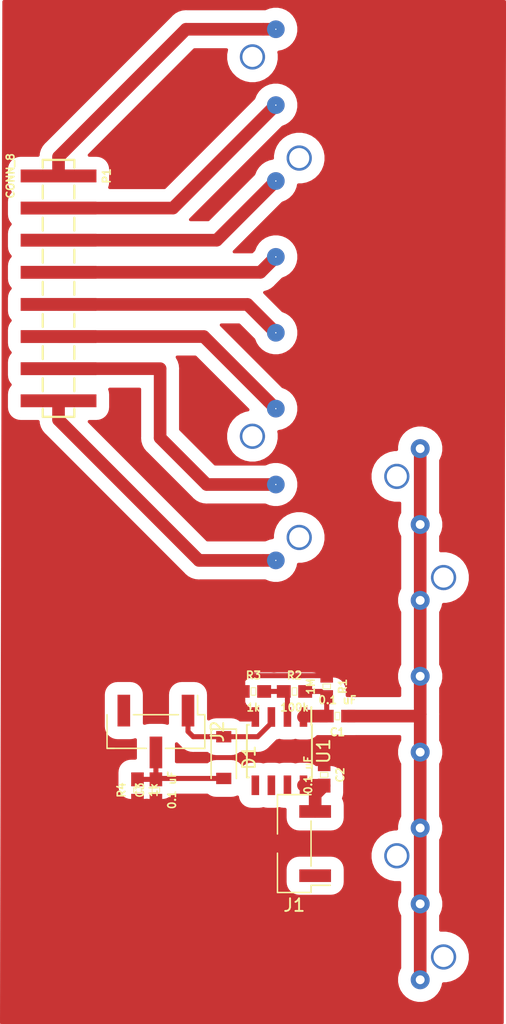
<source format=kicad_pcb>
(kicad_pcb (version 20171130) (host pcbnew 5.1.5+dfsg1-2~bpo9+1)

  (general
    (thickness 1.6)
    (drawings 0)
    (tracks 89)
    (zones 0)
    (modules 12)
    (nets 10)
  )

  (page A4)
  (layers
    (0 F.Cu signal)
    (31 B.Cu signal)
    (32 B.Adhes user)
    (33 F.Adhes user)
    (34 B.Paste user)
    (35 F.Paste user)
    (36 B.SilkS user)
    (37 F.SilkS user)
    (38 B.Mask user)
    (39 F.Mask user)
    (40 Dwgs.User user)
    (41 Cmts.User user)
    (42 Eco1.User user)
    (43 Eco2.User user)
    (44 Edge.Cuts user)
    (45 Margin user)
    (46 B.CrtYd user)
    (47 F.CrtYd user)
    (48 B.Fab user)
    (49 F.Fab user)
  )

  (setup
    (last_trace_width 0.25)
    (user_trace_width 0.4)
    (user_trace_width 1)
    (trace_clearance 0.2)
    (zone_clearance 1)
    (zone_45_only no)
    (trace_min 0.2)
    (via_size 0.8)
    (via_drill 0.4)
    (via_min_size 0.4)
    (via_min_drill 0.3)
    (uvia_size 0.3)
    (uvia_drill 0.1)
    (uvias_allowed no)
    (uvia_min_size 0.2)
    (uvia_min_drill 0.1)
    (edge_width 0.05)
    (segment_width 0.2)
    (pcb_text_width 0.3)
    (pcb_text_size 1.5 1.5)
    (mod_edge_width 0.12)
    (mod_text_size 1 1)
    (mod_text_width 0.15)
    (pad_size 1.524 1.524)
    (pad_drill 0.762)
    (pad_to_mask_clearance 0.051)
    (solder_mask_min_width 0.25)
    (aux_axis_origin 65 29.25)
    (grid_origin 65 29.25)
    (visible_elements FFFFFF7F)
    (pcbplotparams
      (layerselection 0x00000_7fffffff)
      (usegerberextensions false)
      (usegerberattributes false)
      (usegerberadvancedattributes false)
      (creategerberjobfile false)
      (excludeedgelayer true)
      (linewidth 0.150000)
      (plotframeref false)
      (viasonmask false)
      (mode 1)
      (useauxorigin true)
      (hpglpennumber 1)
      (hpglpenspeed 20)
      (hpglpendiameter 15.000000)
      (psnegative false)
      (psa4output false)
      (plotreference true)
      (plotvalue true)
      (plotinvisibletext false)
      (padsonsilk false)
      (subtractmaskfromsilk false)
      (outputformat 1)
      (mirror false)
      (drillshape 0)
      (scaleselection 1)
      (outputdirectory ""))
  )

  (net 0 "")
  (net 1 "Net-(C1-Pad2)")
  (net 2 "Net-(C1-Pad1)")
  (net 3 5V)
  (net 4 GND)
  (net 5 "Net-(R2-Pad1)")
  (net 6 "Net-(C3-Pad2)")
  (net 7 "Net-(D1-Pad1)")
  (net 8 "Net-(J1-Pad1)")
  (net 9 "Net-(J2-Pad3)")

  (net_class Default "This is the default net class."
    (clearance 0.2)
    (trace_width 0.25)
    (via_dia 0.8)
    (via_drill 0.4)
    (uvia_dia 0.3)
    (uvia_drill 0.1)
    (add_net 5V)
    (add_net GND)
    (add_net "Net-(C1-Pad1)")
    (add_net "Net-(C1-Pad2)")
    (add_net "Net-(C3-Pad2)")
    (add_net "Net-(D1-Pad1)")
    (add_net "Net-(J1-Pad1)")
    (add_net "Net-(J2-Pad3)")
    (add_net "Net-(R2-Pad1)")
  )

  (module Connectors2:1X08_SMD_MALE (layer F.Cu) (tedit 5963D756) (tstamp 5F5F22F7)
    (at 69.696497 43.163072 270)
    (descr "SMD -8 PIN VERTICAL MALE")
    (tags "SMD -8 PIN VERTICAL MALE")
    (path /60D91A6E)
    (attr smd)
    (fp_text reference P1 (at 0 -3.81 90) (layer F.SilkS)
      (effects (font (size 0.6096 0.6096) (thickness 0.127)))
    )
    (fp_text value CONN_8 (at 0 3.81 90) (layer F.SilkS)
      (effects (font (size 0.6096 0.6096) (thickness 0.127)))
    )
    (fp_line (start -0.3175 0) (end 0.3175 0) (layer Dwgs.User) (width 0.06604))
    (fp_line (start 0.3175 0) (end 0.3175 -2.74828) (layer Dwgs.User) (width 0.06604))
    (fp_line (start -0.3175 -2.74828) (end 0.3175 -2.74828) (layer Dwgs.User) (width 0.06604))
    (fp_line (start -0.3175 0) (end -0.3175 -2.74828) (layer Dwgs.User) (width 0.06604))
    (fp_line (start 4.75996 0) (end 5.3975 0) (layer Dwgs.User) (width 0.06604))
    (fp_line (start 5.3975 0) (end 5.3975 -2.74828) (layer Dwgs.User) (width 0.06604))
    (fp_line (start 4.75996 -2.74828) (end 5.3975 -2.74828) (layer Dwgs.User) (width 0.06604))
    (fp_line (start 4.75996 0) (end 4.75996 -2.74828) (layer Dwgs.User) (width 0.06604))
    (fp_line (start 9.83996 0) (end 10.4775 0) (layer Dwgs.User) (width 0.06604))
    (fp_line (start 10.4775 0) (end 10.4775 -2.74828) (layer Dwgs.User) (width 0.06604))
    (fp_line (start 9.83996 -2.74828) (end 10.4775 -2.74828) (layer Dwgs.User) (width 0.06604))
    (fp_line (start 9.83996 0) (end 9.83996 -2.74828) (layer Dwgs.User) (width 0.06604))
    (fp_line (start 2.21996 2.74828) (end 2.8575 2.74828) (layer Dwgs.User) (width 0.06604))
    (fp_line (start 2.8575 2.74828) (end 2.8575 0) (layer Dwgs.User) (width 0.06604))
    (fp_line (start 2.21996 0) (end 2.8575 0) (layer Dwgs.User) (width 0.06604))
    (fp_line (start 2.21996 2.74828) (end 2.21996 0) (layer Dwgs.User) (width 0.06604))
    (fp_line (start 7.29996 2.74828) (end 7.9375 2.74828) (layer Dwgs.User) (width 0.06604))
    (fp_line (start 7.9375 2.74828) (end 7.9375 0) (layer Dwgs.User) (width 0.06604))
    (fp_line (start 7.29996 0) (end 7.9375 0) (layer Dwgs.User) (width 0.06604))
    (fp_line (start 7.29996 2.74828) (end 7.29996 0) (layer Dwgs.User) (width 0.06604))
    (fp_line (start 12.37996 2.74828) (end 13.0175 2.74828) (layer Dwgs.User) (width 0.06604))
    (fp_line (start 13.0175 2.74828) (end 13.0175 0) (layer Dwgs.User) (width 0.06604))
    (fp_line (start 12.37996 0) (end 13.0175 0) (layer Dwgs.User) (width 0.06604))
    (fp_line (start 12.37996 2.74828) (end 12.37996 0) (layer Dwgs.User) (width 0.06604))
    (fp_line (start 14.91996 0) (end 15.5575 0) (layer Dwgs.User) (width 0.06604))
    (fp_line (start 15.5575 0) (end 15.5575 -2.74828) (layer Dwgs.User) (width 0.06604))
    (fp_line (start 14.91996 -2.74828) (end 15.5575 -2.74828) (layer Dwgs.User) (width 0.06604))
    (fp_line (start 14.91996 0) (end 14.91996 -2.74828) (layer Dwgs.User) (width 0.06604))
    (fp_line (start 17.45996 2.74828) (end 18.0975 2.74828) (layer Dwgs.User) (width 0.06604))
    (fp_line (start 18.0975 2.74828) (end 18.0975 0) (layer Dwgs.User) (width 0.06604))
    (fp_line (start 17.45996 0) (end 18.0975 0) (layer Dwgs.User) (width 0.06604))
    (fp_line (start 17.45996 2.74828) (end 17.45996 0) (layer Dwgs.User) (width 0.06604))
    (fp_line (start -1.27 -1.24968) (end -1.27 1.24968) (layer Dwgs.User) (width 0.127))
    (fp_line (start -1.27 1.24968) (end 19.05 1.24968) (layer Dwgs.User) (width 0.127))
    (fp_line (start 19.05 1.24968) (end 19.05 -1.24968) (layer Dwgs.User) (width 0.127))
    (fp_line (start 19.05 -1.24968) (end -1.27 -1.24968) (layer Dwgs.User) (width 0.127))
    (fp_line (start -1.27 -1.24968) (end -1.27 1.24968) (layer F.SilkS) (width 0.1778))
    (fp_line (start -1.27 1.24968) (end -0.635 1.24968) (layer F.SilkS) (width 0.1778))
    (fp_line (start -1.27 -1.24968) (end -0.635 -1.24968) (layer F.SilkS) (width 0.1778))
    (fp_line (start 0.762 -1.24968) (end 1.778 -1.24968) (layer F.SilkS) (width 0.1778))
    (fp_line (start 3.302 -1.24968) (end 4.318 -1.24968) (layer F.SilkS) (width 0.1778))
    (fp_line (start 5.842 -1.24968) (end 6.858 -1.24968) (layer F.SilkS) (width 0.1778))
    (fp_line (start 8.382 -1.24968) (end 9.398 -1.24968) (layer F.SilkS) (width 0.1778))
    (fp_line (start 10.922 -1.24968) (end 11.938 -1.24968) (layer F.SilkS) (width 0.1778))
    (fp_line (start 1.778 1.24968) (end 0.762 1.24968) (layer F.SilkS) (width 0.1778))
    (fp_line (start 4.318 1.24968) (end 3.302 1.24968) (layer F.SilkS) (width 0.1778))
    (fp_line (start 6.858 1.24968) (end 5.842 1.24968) (layer F.SilkS) (width 0.1778))
    (fp_line (start 9.398 1.24968) (end 8.382 1.24968) (layer F.SilkS) (width 0.1778))
    (fp_line (start 11.938 1.24968) (end 10.922 1.24968) (layer F.SilkS) (width 0.1778))
    (fp_line (start 19.05 1.24968) (end 19.05 -1.24968) (layer F.SilkS) (width 0.1778))
    (fp_line (start 16.002 -1.24968) (end 17.018 -1.24968) (layer F.SilkS) (width 0.1778))
    (fp_line (start 17.018 1.24968) (end 16.002 1.24968) (layer F.SilkS) (width 0.1778))
    (fp_line (start 19.05 1.24968) (end 18.415 1.24968) (layer F.SilkS) (width 0.1778))
    (fp_line (start 19.05 -1.24968) (end 18.415 -1.24968) (layer F.SilkS) (width 0.1778))
    (fp_line (start 13.462 -1.24968) (end 14.47546 -1.24968) (layer F.SilkS) (width 0.1778))
    (fp_line (start 14.47546 1.24968) (end 13.462 1.24968) (layer F.SilkS) (width 0.1778))
    (pad 1 smd rect (at 0 0 270) (size 1.01854 5.99948) (layers F.Cu F.Paste F.Mask)
      (solder_mask_margin 0.1016))
    (pad 2 smd rect (at 2.54 0 270) (size 1.01854 5.99948) (layers F.Cu F.Paste F.Mask)
      (solder_mask_margin 0.1016))
    (pad 3 smd rect (at 5.08 0 270) (size 1.01854 5.99948) (layers F.Cu F.Paste F.Mask)
      (solder_mask_margin 0.1016))
    (pad 4 smd rect (at 7.62 0 270) (size 1.01854 5.99948) (layers F.Cu F.Paste F.Mask)
      (solder_mask_margin 0.1016))
    (pad 5 smd rect (at 10.16 0 270) (size 1.01854 5.99948) (layers F.Cu F.Paste F.Mask)
      (solder_mask_margin 0.1016))
    (pad 6 smd rect (at 12.7 0 270) (size 1.01854 5.99948) (layers F.Cu F.Paste F.Mask)
      (solder_mask_margin 0.1016))
    (pad 7 smd rect (at 15.24 0 270) (size 1.01854 5.99948) (layers F.Cu F.Paste F.Mask)
      (solder_mask_margin 0.1016))
    (pad 8 smd rect (at 17.78 0 270) (size 1.01854 5.99948) (layers F.Cu F.Paste F.Mask)
      (solder_mask_margin 0.1016))
  )

  (module Capacitors:0603 (layer F.Cu) (tedit 596180EF) (tstamp 5F5EE81F)
    (at 75.945 91.725 90)
    (descr "GENERIC 1608 (0603) PACKAGE")
    (tags "GENERIC 1608 (0603) PACKAGE")
    (path /60DAE08C)
    (attr smd)
    (fp_text reference R4 (at 0 -1.27 90) (layer F.SilkS)
      (effects (font (size 0.6096 0.6096) (thickness 0.127)))
    )
    (fp_text value 1k (at 0 1.27 90) (layer F.SilkS)
      (effects (font (size 0.6096 0.6096) (thickness 0.127)))
    )
    (fp_line (start -0.3556 0.41656) (end 0.3556 0.41656) (layer Dwgs.User) (width 0.1016))
    (fp_line (start -0.3556 -0.4318) (end 0.3556 -0.4318) (layer Dwgs.User) (width 0.1016))
    (fp_line (start -1.59766 0.6985) (end -1.59766 -0.6985) (layer F.CrtYd) (width 0.0508))
    (fp_line (start 1.59766 0.6985) (end -1.59766 0.6985) (layer F.CrtYd) (width 0.0508))
    (fp_line (start 1.59766 -0.6985) (end 1.59766 0.6985) (layer F.CrtYd) (width 0.0508))
    (fp_line (start -1.59766 -0.6985) (end 1.59766 -0.6985) (layer F.CrtYd) (width 0.0508))
    (fp_line (start -0.19812 0.29972) (end -0.19812 -0.29972) (layer F.SilkS) (width 0.06604))
    (fp_line (start -0.19812 -0.29972) (end 0.19812 -0.29972) (layer F.SilkS) (width 0.06604))
    (fp_line (start 0.19812 0.29972) (end 0.19812 -0.29972) (layer F.SilkS) (width 0.06604))
    (fp_line (start -0.19812 0.29972) (end 0.19812 0.29972) (layer F.SilkS) (width 0.06604))
    (fp_line (start 0.3302 0.4699) (end 0.3302 -0.48006) (layer Dwgs.User) (width 0.06604))
    (fp_line (start 0.3302 -0.48006) (end 0.82804 -0.48006) (layer Dwgs.User) (width 0.06604))
    (fp_line (start 0.82804 0.4699) (end 0.82804 -0.48006) (layer Dwgs.User) (width 0.06604))
    (fp_line (start 0.3302 0.4699) (end 0.82804 0.4699) (layer Dwgs.User) (width 0.06604))
    (fp_line (start -0.8382 0.4699) (end -0.8382 -0.48006) (layer Dwgs.User) (width 0.06604))
    (fp_line (start -0.8382 -0.48006) (end -0.33782 -0.48006) (layer Dwgs.User) (width 0.06604))
    (fp_line (start -0.33782 0.4699) (end -0.33782 -0.48006) (layer Dwgs.User) (width 0.06604))
    (fp_line (start -0.8382 0.4699) (end -0.33782 0.4699) (layer Dwgs.User) (width 0.06604))
    (pad 2 smd rect (at 0.84836 0 90) (size 1.09982 0.99822) (layers F.Cu F.Paste F.Mask)
      (net 6 "Net-(C3-Pad2)") (solder_mask_margin 0.1016))
    (pad 1 smd rect (at -0.84836 0 90) (size 1.09982 0.99822) (layers F.Cu F.Paste F.Mask)
      (net 4 GND) (solder_mask_margin 0.1016))
  )

  (module Capacitors:0603 (layer F.Cu) (tedit 596180EF) (tstamp 5F5EE30A)
    (at 85.125 83.925)
    (descr "GENERIC 1608 (0603) PACKAGE")
    (tags "GENERIC 1608 (0603) PACKAGE")
    (path /60DA3722)
    (attr smd)
    (fp_text reference R3 (at 0 -1.27) (layer F.SilkS)
      (effects (font (size 0.6096 0.6096) (thickness 0.127)))
    )
    (fp_text value 1k (at 0 1.27) (layer F.SilkS)
      (effects (font (size 0.6096 0.6096) (thickness 0.127)))
    )
    (fp_line (start -0.3556 0.41656) (end 0.3556 0.41656) (layer Dwgs.User) (width 0.1016))
    (fp_line (start -0.3556 -0.4318) (end 0.3556 -0.4318) (layer Dwgs.User) (width 0.1016))
    (fp_line (start -1.59766 0.6985) (end -1.59766 -0.6985) (layer F.CrtYd) (width 0.0508))
    (fp_line (start 1.59766 0.6985) (end -1.59766 0.6985) (layer F.CrtYd) (width 0.0508))
    (fp_line (start 1.59766 -0.6985) (end 1.59766 0.6985) (layer F.CrtYd) (width 0.0508))
    (fp_line (start -1.59766 -0.6985) (end 1.59766 -0.6985) (layer F.CrtYd) (width 0.0508))
    (fp_line (start -0.19812 0.29972) (end -0.19812 -0.29972) (layer F.SilkS) (width 0.06604))
    (fp_line (start -0.19812 -0.29972) (end 0.19812 -0.29972) (layer F.SilkS) (width 0.06604))
    (fp_line (start 0.19812 0.29972) (end 0.19812 -0.29972) (layer F.SilkS) (width 0.06604))
    (fp_line (start -0.19812 0.29972) (end 0.19812 0.29972) (layer F.SilkS) (width 0.06604))
    (fp_line (start 0.3302 0.4699) (end 0.3302 -0.48006) (layer Dwgs.User) (width 0.06604))
    (fp_line (start 0.3302 -0.48006) (end 0.82804 -0.48006) (layer Dwgs.User) (width 0.06604))
    (fp_line (start 0.82804 0.4699) (end 0.82804 -0.48006) (layer Dwgs.User) (width 0.06604))
    (fp_line (start 0.3302 0.4699) (end 0.82804 0.4699) (layer Dwgs.User) (width 0.06604))
    (fp_line (start -0.8382 0.4699) (end -0.8382 -0.48006) (layer Dwgs.User) (width 0.06604))
    (fp_line (start -0.8382 -0.48006) (end -0.33782 -0.48006) (layer Dwgs.User) (width 0.06604))
    (fp_line (start -0.33782 0.4699) (end -0.33782 -0.48006) (layer Dwgs.User) (width 0.06604))
    (fp_line (start -0.8382 0.4699) (end -0.33782 0.4699) (layer Dwgs.User) (width 0.06604))
    (pad 2 smd rect (at 0.84836 0) (size 1.09982 0.99822) (layers F.Cu F.Paste F.Mask)
      (net 5 "Net-(R2-Pad1)") (solder_mask_margin 0.1016))
    (pad 1 smd rect (at -0.84836 0) (size 1.09982 0.99822) (layers F.Cu F.Paste F.Mask)
      (net 4 GND) (solder_mask_margin 0.1016))
  )

  (module Capacitors:0603 (layer F.Cu) (tedit 596180EF) (tstamp 5F5EE22C)
    (at 88.37336 83.925)
    (descr "GENERIC 1608 (0603) PACKAGE")
    (tags "GENERIC 1608 (0603) PACKAGE")
    (path /60DA9CE8)
    (attr smd)
    (fp_text reference R2 (at 0 -1.27) (layer F.SilkS)
      (effects (font (size 0.6096 0.6096) (thickness 0.127)))
    )
    (fp_text value 100k (at 0 1.27) (layer F.SilkS)
      (effects (font (size 0.6096 0.6096) (thickness 0.127)))
    )
    (fp_line (start -0.3556 0.41656) (end 0.3556 0.41656) (layer Dwgs.User) (width 0.1016))
    (fp_line (start -0.3556 -0.4318) (end 0.3556 -0.4318) (layer Dwgs.User) (width 0.1016))
    (fp_line (start -1.59766 0.6985) (end -1.59766 -0.6985) (layer F.CrtYd) (width 0.0508))
    (fp_line (start 1.59766 0.6985) (end -1.59766 0.6985) (layer F.CrtYd) (width 0.0508))
    (fp_line (start 1.59766 -0.6985) (end 1.59766 0.6985) (layer F.CrtYd) (width 0.0508))
    (fp_line (start -1.59766 -0.6985) (end 1.59766 -0.6985) (layer F.CrtYd) (width 0.0508))
    (fp_line (start -0.19812 0.29972) (end -0.19812 -0.29972) (layer F.SilkS) (width 0.06604))
    (fp_line (start -0.19812 -0.29972) (end 0.19812 -0.29972) (layer F.SilkS) (width 0.06604))
    (fp_line (start 0.19812 0.29972) (end 0.19812 -0.29972) (layer F.SilkS) (width 0.06604))
    (fp_line (start -0.19812 0.29972) (end 0.19812 0.29972) (layer F.SilkS) (width 0.06604))
    (fp_line (start 0.3302 0.4699) (end 0.3302 -0.48006) (layer Dwgs.User) (width 0.06604))
    (fp_line (start 0.3302 -0.48006) (end 0.82804 -0.48006) (layer Dwgs.User) (width 0.06604))
    (fp_line (start 0.82804 0.4699) (end 0.82804 -0.48006) (layer Dwgs.User) (width 0.06604))
    (fp_line (start 0.3302 0.4699) (end 0.82804 0.4699) (layer Dwgs.User) (width 0.06604))
    (fp_line (start -0.8382 0.4699) (end -0.8382 -0.48006) (layer Dwgs.User) (width 0.06604))
    (fp_line (start -0.8382 -0.48006) (end -0.33782 -0.48006) (layer Dwgs.User) (width 0.06604))
    (fp_line (start -0.33782 0.4699) (end -0.33782 -0.48006) (layer Dwgs.User) (width 0.06604))
    (fp_line (start -0.8382 0.4699) (end -0.33782 0.4699) (layer Dwgs.User) (width 0.06604))
    (pad 2 smd rect (at 0.84836 0) (size 1.09982 0.99822) (layers F.Cu F.Paste F.Mask)
      (net 1 "Net-(C1-Pad2)") (solder_mask_margin 0.1016))
    (pad 1 smd rect (at -0.84836 0) (size 1.09982 0.99822) (layers F.Cu F.Paste F.Mask)
      (net 5 "Net-(R2-Pad1)") (solder_mask_margin 0.1016))
  )

  (module Capacitors:0603 (layer F.Cu) (tedit 596180EF) (tstamp 5F5EE271)
    (at 90.925 83.525 270)
    (descr "GENERIC 1608 (0603) PACKAGE")
    (tags "GENERIC 1608 (0603) PACKAGE")
    (path /60D9A23F)
    (attr smd)
    (fp_text reference R1 (at 0 -1.27 90) (layer F.SilkS)
      (effects (font (size 0.6096 0.6096) (thickness 0.127)))
    )
    (fp_text value 1M (at 0 1.27 90) (layer F.SilkS)
      (effects (font (size 0.6096 0.6096) (thickness 0.127)))
    )
    (fp_line (start -0.3556 0.41656) (end 0.3556 0.41656) (layer Dwgs.User) (width 0.1016))
    (fp_line (start -0.3556 -0.4318) (end 0.3556 -0.4318) (layer Dwgs.User) (width 0.1016))
    (fp_line (start -1.59766 0.6985) (end -1.59766 -0.6985) (layer F.CrtYd) (width 0.0508))
    (fp_line (start 1.59766 0.6985) (end -1.59766 0.6985) (layer F.CrtYd) (width 0.0508))
    (fp_line (start 1.59766 -0.6985) (end 1.59766 0.6985) (layer F.CrtYd) (width 0.0508))
    (fp_line (start -1.59766 -0.6985) (end 1.59766 -0.6985) (layer F.CrtYd) (width 0.0508))
    (fp_line (start -0.19812 0.29972) (end -0.19812 -0.29972) (layer F.SilkS) (width 0.06604))
    (fp_line (start -0.19812 -0.29972) (end 0.19812 -0.29972) (layer F.SilkS) (width 0.06604))
    (fp_line (start 0.19812 0.29972) (end 0.19812 -0.29972) (layer F.SilkS) (width 0.06604))
    (fp_line (start -0.19812 0.29972) (end 0.19812 0.29972) (layer F.SilkS) (width 0.06604))
    (fp_line (start 0.3302 0.4699) (end 0.3302 -0.48006) (layer Dwgs.User) (width 0.06604))
    (fp_line (start 0.3302 -0.48006) (end 0.82804 -0.48006) (layer Dwgs.User) (width 0.06604))
    (fp_line (start 0.82804 0.4699) (end 0.82804 -0.48006) (layer Dwgs.User) (width 0.06604))
    (fp_line (start 0.3302 0.4699) (end 0.82804 0.4699) (layer Dwgs.User) (width 0.06604))
    (fp_line (start -0.8382 0.4699) (end -0.8382 -0.48006) (layer Dwgs.User) (width 0.06604))
    (fp_line (start -0.8382 -0.48006) (end -0.33782 -0.48006) (layer Dwgs.User) (width 0.06604))
    (fp_line (start -0.33782 0.4699) (end -0.33782 -0.48006) (layer Dwgs.User) (width 0.06604))
    (fp_line (start -0.8382 0.4699) (end -0.33782 0.4699) (layer Dwgs.User) (width 0.06604))
    (pad 2 smd rect (at 0.84836 0 270) (size 1.09982 0.99822) (layers F.Cu F.Paste F.Mask)
      (net 1 "Net-(C1-Pad2)") (solder_mask_margin 0.1016))
    (pad 1 smd rect (at -0.84836 0 270) (size 1.09982 0.99822) (layers F.Cu F.Paste F.Mask)
      (net 4 GND) (solder_mask_margin 0.1016))
  )

  (module Capacitors:0603 (layer F.Cu) (tedit 596180EF) (tstamp 5F5EE791)
    (at 77.405 91.725 90)
    (descr "GENERIC 1608 (0603) PACKAGE")
    (tags "GENERIC 1608 (0603) PACKAGE")
    (path /60DAC842)
    (attr smd)
    (fp_text reference C3 (at 0 -1.27 90) (layer F.SilkS)
      (effects (font (size 0.6096 0.6096) (thickness 0.127)))
    )
    (fp_text value "0.1 uF" (at 0 1.27 90) (layer F.SilkS)
      (effects (font (size 0.6096 0.6096) (thickness 0.127)))
    )
    (fp_line (start -0.3556 0.41656) (end 0.3556 0.41656) (layer Dwgs.User) (width 0.1016))
    (fp_line (start -0.3556 -0.4318) (end 0.3556 -0.4318) (layer Dwgs.User) (width 0.1016))
    (fp_line (start -1.59766 0.6985) (end -1.59766 -0.6985) (layer F.CrtYd) (width 0.0508))
    (fp_line (start 1.59766 0.6985) (end -1.59766 0.6985) (layer F.CrtYd) (width 0.0508))
    (fp_line (start 1.59766 -0.6985) (end 1.59766 0.6985) (layer F.CrtYd) (width 0.0508))
    (fp_line (start -1.59766 -0.6985) (end 1.59766 -0.6985) (layer F.CrtYd) (width 0.0508))
    (fp_line (start -0.19812 0.29972) (end -0.19812 -0.29972) (layer F.SilkS) (width 0.06604))
    (fp_line (start -0.19812 -0.29972) (end 0.19812 -0.29972) (layer F.SilkS) (width 0.06604))
    (fp_line (start 0.19812 0.29972) (end 0.19812 -0.29972) (layer F.SilkS) (width 0.06604))
    (fp_line (start -0.19812 0.29972) (end 0.19812 0.29972) (layer F.SilkS) (width 0.06604))
    (fp_line (start 0.3302 0.4699) (end 0.3302 -0.48006) (layer Dwgs.User) (width 0.06604))
    (fp_line (start 0.3302 -0.48006) (end 0.82804 -0.48006) (layer Dwgs.User) (width 0.06604))
    (fp_line (start 0.82804 0.4699) (end 0.82804 -0.48006) (layer Dwgs.User) (width 0.06604))
    (fp_line (start 0.3302 0.4699) (end 0.82804 0.4699) (layer Dwgs.User) (width 0.06604))
    (fp_line (start -0.8382 0.4699) (end -0.8382 -0.48006) (layer Dwgs.User) (width 0.06604))
    (fp_line (start -0.8382 -0.48006) (end -0.33782 -0.48006) (layer Dwgs.User) (width 0.06604))
    (fp_line (start -0.33782 0.4699) (end -0.33782 -0.48006) (layer Dwgs.User) (width 0.06604))
    (fp_line (start -0.8382 0.4699) (end -0.33782 0.4699) (layer Dwgs.User) (width 0.06604))
    (pad 2 smd rect (at 0.84836 0 90) (size 1.09982 0.99822) (layers F.Cu F.Paste F.Mask)
      (net 6 "Net-(C3-Pad2)") (solder_mask_margin 0.1016))
    (pad 1 smd rect (at -0.84836 0 90) (size 1.09982 0.99822) (layers F.Cu F.Paste F.Mask)
      (net 4 GND) (solder_mask_margin 0.1016))
  )

  (module Capacitors:0603 (layer F.Cu) (tedit 596180EF) (tstamp 5F5EE34F)
    (at 90.725 90.525001 270)
    (descr "GENERIC 1608 (0603) PACKAGE")
    (tags "GENERIC 1608 (0603) PACKAGE")
    (path /60D9D0AC)
    (attr smd)
    (fp_text reference C2 (at 0 -1.27 90) (layer F.SilkS)
      (effects (font (size 0.6096 0.6096) (thickness 0.127)))
    )
    (fp_text value "0.1 uF" (at 0 1.27 90) (layer F.SilkS)
      (effects (font (size 0.6096 0.6096) (thickness 0.127)))
    )
    (fp_line (start -0.3556 0.41656) (end 0.3556 0.41656) (layer Dwgs.User) (width 0.1016))
    (fp_line (start -0.3556 -0.4318) (end 0.3556 -0.4318) (layer Dwgs.User) (width 0.1016))
    (fp_line (start -1.59766 0.6985) (end -1.59766 -0.6985) (layer F.CrtYd) (width 0.0508))
    (fp_line (start 1.59766 0.6985) (end -1.59766 0.6985) (layer F.CrtYd) (width 0.0508))
    (fp_line (start 1.59766 -0.6985) (end 1.59766 0.6985) (layer F.CrtYd) (width 0.0508))
    (fp_line (start -1.59766 -0.6985) (end 1.59766 -0.6985) (layer F.CrtYd) (width 0.0508))
    (fp_line (start -0.19812 0.29972) (end -0.19812 -0.29972) (layer F.SilkS) (width 0.06604))
    (fp_line (start -0.19812 -0.29972) (end 0.19812 -0.29972) (layer F.SilkS) (width 0.06604))
    (fp_line (start 0.19812 0.29972) (end 0.19812 -0.29972) (layer F.SilkS) (width 0.06604))
    (fp_line (start -0.19812 0.29972) (end 0.19812 0.29972) (layer F.SilkS) (width 0.06604))
    (fp_line (start 0.3302 0.4699) (end 0.3302 -0.48006) (layer Dwgs.User) (width 0.06604))
    (fp_line (start 0.3302 -0.48006) (end 0.82804 -0.48006) (layer Dwgs.User) (width 0.06604))
    (fp_line (start 0.82804 0.4699) (end 0.82804 -0.48006) (layer Dwgs.User) (width 0.06604))
    (fp_line (start 0.3302 0.4699) (end 0.82804 0.4699) (layer Dwgs.User) (width 0.06604))
    (fp_line (start -0.8382 0.4699) (end -0.8382 -0.48006) (layer Dwgs.User) (width 0.06604))
    (fp_line (start -0.8382 -0.48006) (end -0.33782 -0.48006) (layer Dwgs.User) (width 0.06604))
    (fp_line (start -0.33782 0.4699) (end -0.33782 -0.48006) (layer Dwgs.User) (width 0.06604))
    (fp_line (start -0.8382 0.4699) (end -0.33782 0.4699) (layer Dwgs.User) (width 0.06604))
    (pad 2 smd rect (at 0.84836 0 270) (size 1.09982 0.99822) (layers F.Cu F.Paste F.Mask)
      (net 3 5V) (solder_mask_margin 0.1016))
    (pad 1 smd rect (at -0.84836 0 270) (size 1.09982 0.99822) (layers F.Cu F.Paste F.Mask)
      (net 4 GND) (solder_mask_margin 0.1016))
  )

  (module Capacitors:0603 (layer F.Cu) (tedit 596180EF) (tstamp 5F5EE394)
    (at 91.773359 85.875 180)
    (descr "GENERIC 1608 (0603) PACKAGE")
    (tags "GENERIC 1608 (0603) PACKAGE")
    (path /60D9C46B)
    (attr smd)
    (fp_text reference C1 (at 0 -1.27) (layer F.SilkS)
      (effects (font (size 0.6096 0.6096) (thickness 0.127)))
    )
    (fp_text value "0.1 uF" (at 0 1.27) (layer F.SilkS)
      (effects (font (size 0.6096 0.6096) (thickness 0.127)))
    )
    (fp_line (start -0.3556 0.41656) (end 0.3556 0.41656) (layer Dwgs.User) (width 0.1016))
    (fp_line (start -0.3556 -0.4318) (end 0.3556 -0.4318) (layer Dwgs.User) (width 0.1016))
    (fp_line (start -1.59766 0.6985) (end -1.59766 -0.6985) (layer F.CrtYd) (width 0.0508))
    (fp_line (start 1.59766 0.6985) (end -1.59766 0.6985) (layer F.CrtYd) (width 0.0508))
    (fp_line (start 1.59766 -0.6985) (end 1.59766 0.6985) (layer F.CrtYd) (width 0.0508))
    (fp_line (start -1.59766 -0.6985) (end 1.59766 -0.6985) (layer F.CrtYd) (width 0.0508))
    (fp_line (start -0.19812 0.29972) (end -0.19812 -0.29972) (layer F.SilkS) (width 0.06604))
    (fp_line (start -0.19812 -0.29972) (end 0.19812 -0.29972) (layer F.SilkS) (width 0.06604))
    (fp_line (start 0.19812 0.29972) (end 0.19812 -0.29972) (layer F.SilkS) (width 0.06604))
    (fp_line (start -0.19812 0.29972) (end 0.19812 0.29972) (layer F.SilkS) (width 0.06604))
    (fp_line (start 0.3302 0.4699) (end 0.3302 -0.48006) (layer Dwgs.User) (width 0.06604))
    (fp_line (start 0.3302 -0.48006) (end 0.82804 -0.48006) (layer Dwgs.User) (width 0.06604))
    (fp_line (start 0.82804 0.4699) (end 0.82804 -0.48006) (layer Dwgs.User) (width 0.06604))
    (fp_line (start 0.3302 0.4699) (end 0.82804 0.4699) (layer Dwgs.User) (width 0.06604))
    (fp_line (start -0.8382 0.4699) (end -0.8382 -0.48006) (layer Dwgs.User) (width 0.06604))
    (fp_line (start -0.8382 -0.48006) (end -0.33782 -0.48006) (layer Dwgs.User) (width 0.06604))
    (fp_line (start -0.33782 0.4699) (end -0.33782 -0.48006) (layer Dwgs.User) (width 0.06604))
    (fp_line (start -0.8382 0.4699) (end -0.33782 0.4699) (layer Dwgs.User) (width 0.06604))
    (pad 2 smd rect (at 0.84836 0 180) (size 1.09982 0.99822) (layers F.Cu F.Paste F.Mask)
      (net 1 "Net-(C1-Pad2)") (solder_mask_margin 0.1016))
    (pad 1 smd rect (at -0.84836 0 180) (size 1.09982 0.99822) (layers F.Cu F.Paste F.Mask)
      (net 2 "Net-(C1-Pad1)") (solder_mask_margin 0.1016))
  )

  (module Connector_PinHeader_2.54mm:PinHeader_1x03_P2.54mm_Vertical_SMD_Pin1Left (layer F.Cu) (tedit 59FED5CC) (tstamp 5F5EF1DA)
    (at 77.405 87.095 270)
    (descr "surface-mounted straight pin header, 1x03, 2.54mm pitch, single row, style 1 (pin 1 left)")
    (tags "Surface mounted pin header SMD 1x03 2.54mm single row style1 pin1 left")
    (path /60DB5E35)
    (attr smd)
    (fp_text reference J2 (at 0 -4.87 90) (layer F.SilkS)
      (effects (font (size 1 1) (thickness 0.15)))
    )
    (fp_text value CONN_03 (at 0 4.87 90) (layer F.Fab)
      (effects (font (size 1 1) (thickness 0.15)))
    )
    (fp_text user %R (at 0 0) (layer F.Fab)
      (effects (font (size 1 1) (thickness 0.15)))
    )
    (fp_line (start 3.45 -4.35) (end -3.45 -4.35) (layer F.CrtYd) (width 0.05))
    (fp_line (start 3.45 4.35) (end 3.45 -4.35) (layer F.CrtYd) (width 0.05))
    (fp_line (start -3.45 4.35) (end 3.45 4.35) (layer F.CrtYd) (width 0.05))
    (fp_line (start -3.45 -4.35) (end -3.45 4.35) (layer F.CrtYd) (width 0.05))
    (fp_line (start -1.33 -1.78) (end -1.33 1.78) (layer F.SilkS) (width 0.12))
    (fp_line (start 1.33 0.76) (end 1.33 3.87) (layer F.SilkS) (width 0.12))
    (fp_line (start 1.33 3.3) (end 1.33 3.87) (layer F.SilkS) (width 0.12))
    (fp_line (start -1.33 -3.87) (end -1.33 -3.3) (layer F.SilkS) (width 0.12))
    (fp_line (start -1.33 -3.3) (end -2.85 -3.3) (layer F.SilkS) (width 0.12))
    (fp_line (start 1.33 -3.87) (end 1.33 -0.76) (layer F.SilkS) (width 0.12))
    (fp_line (start -1.33 3.87) (end 1.33 3.87) (layer F.SilkS) (width 0.12))
    (fp_line (start -1.33 -3.87) (end 1.33 -3.87) (layer F.SilkS) (width 0.12))
    (fp_line (start 2.54 0.32) (end 1.27 0.32) (layer F.Fab) (width 0.1))
    (fp_line (start 2.54 -0.32) (end 2.54 0.32) (layer F.Fab) (width 0.1))
    (fp_line (start 1.27 -0.32) (end 2.54 -0.32) (layer F.Fab) (width 0.1))
    (fp_line (start -2.54 2.86) (end -1.27 2.86) (layer F.Fab) (width 0.1))
    (fp_line (start -2.54 2.22) (end -2.54 2.86) (layer F.Fab) (width 0.1))
    (fp_line (start -1.27 2.22) (end -2.54 2.22) (layer F.Fab) (width 0.1))
    (fp_line (start -2.54 -2.22) (end -1.27 -2.22) (layer F.Fab) (width 0.1))
    (fp_line (start -2.54 -2.86) (end -2.54 -2.22) (layer F.Fab) (width 0.1))
    (fp_line (start -1.27 -2.86) (end -2.54 -2.86) (layer F.Fab) (width 0.1))
    (fp_line (start 1.27 -3.81) (end 1.27 3.81) (layer F.Fab) (width 0.1))
    (fp_line (start -1.27 -2.86) (end -0.32 -3.81) (layer F.Fab) (width 0.1))
    (fp_line (start -1.27 3.81) (end -1.27 -2.86) (layer F.Fab) (width 0.1))
    (fp_line (start -0.32 -3.81) (end 1.27 -3.81) (layer F.Fab) (width 0.1))
    (fp_line (start 1.27 3.81) (end -1.27 3.81) (layer F.Fab) (width 0.1))
    (pad 2 smd rect (at 1.655 0 270) (size 2.51 1) (layers F.Cu F.Paste F.Mask)
      (net 6 "Net-(C3-Pad2)"))
    (pad 3 smd rect (at -1.655 2.54 270) (size 2.51 1) (layers F.Cu F.Paste F.Mask)
      (net 9 "Net-(J2-Pad3)"))
    (pad 1 smd rect (at -1.655 -2.54 270) (size 2.51 1) (layers F.Cu F.Paste F.Mask)
      (net 7 "Net-(D1-Pad1)"))
    (model ${KISYS3DMOD}/Connector_PinHeader_2.54mm.3dshapes/PinHeader_1x03_P2.54mm_Vertical_SMD_Pin1Left.wrl
      (at (xyz 0 0 0))
      (scale (xyz 1 1 1))
      (rotate (xyz 0 0 0))
    )
  )

  (module Diode_SMD:D_SOD-123 (layer F.Cu) (tedit 58645DC7) (tstamp 5F5EEAAD)
    (at 82.775 89.155 270)
    (descr SOD-123)
    (tags SOD-123)
    (path /60DB315C)
    (attr smd)
    (fp_text reference D1 (at 0 -2 90) (layer F.SilkS)
      (effects (font (size 1 1) (thickness 0.15)))
    )
    (fp_text value SCHOTTKY (at 0 2.1 90) (layer F.Fab)
      (effects (font (size 1 1) (thickness 0.15)))
    )
    (fp_line (start -2.25 -1) (end 1.65 -1) (layer F.SilkS) (width 0.12))
    (fp_line (start -2.25 1) (end 1.65 1) (layer F.SilkS) (width 0.12))
    (fp_line (start -2.35 -1.15) (end -2.35 1.15) (layer F.CrtYd) (width 0.05))
    (fp_line (start 2.35 1.15) (end -2.35 1.15) (layer F.CrtYd) (width 0.05))
    (fp_line (start 2.35 -1.15) (end 2.35 1.15) (layer F.CrtYd) (width 0.05))
    (fp_line (start -2.35 -1.15) (end 2.35 -1.15) (layer F.CrtYd) (width 0.05))
    (fp_line (start -1.4 -0.9) (end 1.4 -0.9) (layer F.Fab) (width 0.1))
    (fp_line (start 1.4 -0.9) (end 1.4 0.9) (layer F.Fab) (width 0.1))
    (fp_line (start 1.4 0.9) (end -1.4 0.9) (layer F.Fab) (width 0.1))
    (fp_line (start -1.4 0.9) (end -1.4 -0.9) (layer F.Fab) (width 0.1))
    (fp_line (start -0.75 0) (end -0.35 0) (layer F.Fab) (width 0.1))
    (fp_line (start -0.35 0) (end -0.35 -0.55) (layer F.Fab) (width 0.1))
    (fp_line (start -0.35 0) (end -0.35 0.55) (layer F.Fab) (width 0.1))
    (fp_line (start -0.35 0) (end 0.25 -0.4) (layer F.Fab) (width 0.1))
    (fp_line (start 0.25 -0.4) (end 0.25 0.4) (layer F.Fab) (width 0.1))
    (fp_line (start 0.25 0.4) (end -0.35 0) (layer F.Fab) (width 0.1))
    (fp_line (start 0.25 0) (end 0.75 0) (layer F.Fab) (width 0.1))
    (fp_line (start -2.25 -1) (end -2.25 1) (layer F.SilkS) (width 0.12))
    (fp_text user %R (at 0 -2 90) (layer F.Fab)
      (effects (font (size 1 1) (thickness 0.15)))
    )
    (pad 2 smd rect (at 1.65 0 270) (size 0.9 1.2) (layers F.Cu F.Paste F.Mask)
      (net 6 "Net-(C3-Pad2)"))
    (pad 1 smd rect (at -1.65 0 270) (size 0.9 1.2) (layers F.Cu F.Paste F.Mask)
      (net 7 "Net-(D1-Pad1)"))
    (model ${KISYS3DMOD}/Diode_SMD.3dshapes/D_SOD-123.wrl
      (at (xyz 0 0 0))
      (scale (xyz 1 1 1))
      (rotate (xyz 0 0 0))
    )
  )

  (module Connector_PinHeader_2.54mm:PinHeader_1x03_P2.54mm_Vertical_SMD_Pin1Left (layer F.Cu) (tedit 59FED5CC) (tstamp 5F5EE7C2)
    (at 88.354999 95.955 180)
    (descr "surface-mounted straight pin header, 1x03, 2.54mm pitch, single row, style 1 (pin 1 left)")
    (tags "Surface mounted pin header SMD 1x03 2.54mm single row style1 pin1 left")
    (path /60DB05DF)
    (attr smd)
    (fp_text reference J1 (at 0 -4.87) (layer F.SilkS)
      (effects (font (size 1 1) (thickness 0.15)))
    )
    (fp_text value CONN_03 (at 0 4.87) (layer F.Fab)
      (effects (font (size 1 1) (thickness 0.15)))
    )
    (fp_text user %R (at 0 0 90) (layer F.Fab)
      (effects (font (size 1 1) (thickness 0.15)))
    )
    (fp_line (start 3.45 -4.35) (end -3.45 -4.35) (layer F.CrtYd) (width 0.05))
    (fp_line (start 3.45 4.35) (end 3.45 -4.35) (layer F.CrtYd) (width 0.05))
    (fp_line (start -3.45 4.35) (end 3.45 4.35) (layer F.CrtYd) (width 0.05))
    (fp_line (start -3.45 -4.35) (end -3.45 4.35) (layer F.CrtYd) (width 0.05))
    (fp_line (start -1.33 -1.78) (end -1.33 1.78) (layer F.SilkS) (width 0.12))
    (fp_line (start 1.33 0.76) (end 1.33 3.87) (layer F.SilkS) (width 0.12))
    (fp_line (start 1.33 3.3) (end 1.33 3.87) (layer F.SilkS) (width 0.12))
    (fp_line (start -1.33 -3.87) (end -1.33 -3.3) (layer F.SilkS) (width 0.12))
    (fp_line (start -1.33 -3.3) (end -2.85 -3.3) (layer F.SilkS) (width 0.12))
    (fp_line (start 1.33 -3.87) (end 1.33 -0.76) (layer F.SilkS) (width 0.12))
    (fp_line (start -1.33 3.87) (end 1.33 3.87) (layer F.SilkS) (width 0.12))
    (fp_line (start -1.33 -3.87) (end 1.33 -3.87) (layer F.SilkS) (width 0.12))
    (fp_line (start 2.54 0.32) (end 1.27 0.32) (layer F.Fab) (width 0.1))
    (fp_line (start 2.54 -0.32) (end 2.54 0.32) (layer F.Fab) (width 0.1))
    (fp_line (start 1.27 -0.32) (end 2.54 -0.32) (layer F.Fab) (width 0.1))
    (fp_line (start -2.54 2.86) (end -1.27 2.86) (layer F.Fab) (width 0.1))
    (fp_line (start -2.54 2.22) (end -2.54 2.86) (layer F.Fab) (width 0.1))
    (fp_line (start -1.27 2.22) (end -2.54 2.22) (layer F.Fab) (width 0.1))
    (fp_line (start -2.54 -2.22) (end -1.27 -2.22) (layer F.Fab) (width 0.1))
    (fp_line (start -2.54 -2.86) (end -2.54 -2.22) (layer F.Fab) (width 0.1))
    (fp_line (start -1.27 -2.86) (end -2.54 -2.86) (layer F.Fab) (width 0.1))
    (fp_line (start 1.27 -3.81) (end 1.27 3.81) (layer F.Fab) (width 0.1))
    (fp_line (start -1.27 -2.86) (end -0.32 -3.81) (layer F.Fab) (width 0.1))
    (fp_line (start -1.27 3.81) (end -1.27 -2.86) (layer F.Fab) (width 0.1))
    (fp_line (start -0.32 -3.81) (end 1.27 -3.81) (layer F.Fab) (width 0.1))
    (fp_line (start 1.27 3.81) (end -1.27 3.81) (layer F.Fab) (width 0.1))
    (pad 2 smd rect (at 1.655 0 180) (size 2.51 1) (layers F.Cu F.Paste F.Mask)
      (net 4 GND))
    (pad 3 smd rect (at -1.655 2.54 180) (size 2.51 1) (layers F.Cu F.Paste F.Mask)
      (net 3 5V))
    (pad 1 smd rect (at -1.655 -2.54 180) (size 2.51 1) (layers F.Cu F.Paste F.Mask)
      (net 8 "Net-(J1-Pad1)"))
    (model ${KISYS3DMOD}/Connector_PinHeader_2.54mm.3dshapes/PinHeader_1x03_P2.54mm_Vertical_SMD_Pin1Left.wrl
      (at (xyz 0 0 0))
      (scale (xyz 1 1 1))
      (rotate (xyz 0 0 0))
    )
  )

  (module Package_SO:SOIC-8_3.9x4.9mm_P1.27mm (layer F.Cu) (tedit 5A02F2D3) (tstamp 5F5EE2BB)
    (at 87.1802 88.645001 270)
    (descr "8-Lead Plastic Small Outline (SN) - Narrow, 3.90 mm Body [SOIC] (see Microchip Packaging Specification 00000049BS.pdf)")
    (tags "SOIC 1.27")
    (path /60D93853)
    (attr smd)
    (fp_text reference U1 (at 0 -3.5 90) (layer F.SilkS)
      (effects (font (size 1 1) (thickness 0.15)))
    )
    (fp_text value LM358N (at 0 3.5 90) (layer F.Fab)
      (effects (font (size 1 1) (thickness 0.15)))
    )
    (fp_line (start -2.075 -2.525) (end -3.475 -2.525) (layer F.SilkS) (width 0.15))
    (fp_line (start -2.075 2.575) (end 2.075 2.575) (layer F.SilkS) (width 0.15))
    (fp_line (start -2.075 -2.575) (end 2.075 -2.575) (layer F.SilkS) (width 0.15))
    (fp_line (start -2.075 2.575) (end -2.075 2.43) (layer F.SilkS) (width 0.15))
    (fp_line (start 2.075 2.575) (end 2.075 2.43) (layer F.SilkS) (width 0.15))
    (fp_line (start 2.075 -2.575) (end 2.075 -2.43) (layer F.SilkS) (width 0.15))
    (fp_line (start -2.075 -2.575) (end -2.075 -2.525) (layer F.SilkS) (width 0.15))
    (fp_line (start -3.73 2.7) (end 3.73 2.7) (layer F.CrtYd) (width 0.05))
    (fp_line (start -3.73 -2.7) (end 3.73 -2.7) (layer F.CrtYd) (width 0.05))
    (fp_line (start 3.73 -2.7) (end 3.73 2.7) (layer F.CrtYd) (width 0.05))
    (fp_line (start -3.73 -2.7) (end -3.73 2.7) (layer F.CrtYd) (width 0.05))
    (fp_line (start -1.95 -1.45) (end -0.95 -2.45) (layer F.Fab) (width 0.1))
    (fp_line (start -1.95 2.45) (end -1.95 -1.45) (layer F.Fab) (width 0.1))
    (fp_line (start 1.95 2.45) (end -1.95 2.45) (layer F.Fab) (width 0.1))
    (fp_line (start 1.95 -2.45) (end 1.95 2.45) (layer F.Fab) (width 0.1))
    (fp_line (start -0.95 -2.45) (end 1.95 -2.45) (layer F.Fab) (width 0.1))
    (fp_text user %R (at 0 0 90) (layer F.Fab)
      (effects (font (size 1 1) (thickness 0.15)))
    )
    (pad 8 smd rect (at 2.7 -1.905 270) (size 1.55 0.6) (layers F.Cu F.Paste F.Mask)
      (net 3 5V))
    (pad 7 smd rect (at 2.7 -0.635 270) (size 1.55 0.6) (layers F.Cu F.Paste F.Mask))
    (pad 6 smd rect (at 2.7 0.635 270) (size 1.55 0.6) (layers F.Cu F.Paste F.Mask))
    (pad 5 smd rect (at 2.7 1.905 270) (size 1.55 0.6) (layers F.Cu F.Paste F.Mask))
    (pad 4 smd rect (at -2.7 1.905 270) (size 1.55 0.6) (layers F.Cu F.Paste F.Mask)
      (net 4 GND))
    (pad 3 smd rect (at -2.7 0.635 270) (size 1.55 0.6) (layers F.Cu F.Paste F.Mask)
      (net 7 "Net-(D1-Pad1)"))
    (pad 2 smd rect (at -2.7 -0.635 270) (size 1.55 0.6) (layers F.Cu F.Paste F.Mask)
      (net 5 "Net-(R2-Pad1)"))
    (pad 1 smd rect (at -2.7 -1.905 270) (size 1.55 0.6) (layers F.Cu F.Paste F.Mask)
      (net 1 "Net-(C1-Pad2)"))
    (model ${KISYS3DMOD}/Package_SO.3dshapes/SOIC-8_3.9x4.9mm_P1.27mm.wrl
      (at (xyz 0 0 0))
      (scale (xyz 1 1 1))
      (rotate (xyz 0 0 0))
    )
  )

  (segment (start 69.696497 43.163072) (end 69.696497 41.653802) (width 1) (layer F.Cu) (net 0) (tstamp 5F5F22F2))
  (via (at 88.749622 71.748771) (size 2) (drill 1.5875) (layers F.Cu B.Cu) (net 0) (tstamp 5F5F22F6))
  (via (at 85.043372 63.748772) (size 2) (drill 1.5875) (layers F.Cu B.Cu) (net 0) (tstamp 5F5F2344))
  (segment (start 81.196497 55.863071) (end 86.296498 60.963072) (width 1) (layer F.Cu) (net 0) (tstamp 5F5F233D))
  (segment (start 69.696497 50.783072) (end 85.676497 50.783071) (width 1) (layer F.Cu) (net 0) (tstamp 5F5F2340))
  (via (at 86.896497 31.563072) (size 1.4) (drill 0.1) (layers F.Cu B.Cu) (net 0) (tstamp 5F5F22F1))
  (segment (start 86.296498 60.963072) (end 86.896498 61.563072) (width 1) (layer F.Cu) (net 0) (tstamp 5F5F22EF))
  (segment (start 69.696497 53.323072) (end 84.656497 53.323072) (width 1) (layer F.Cu) (net 0) (tstamp 5F5F2343))
  (via (at 86.896498 43.563072) (size 1.4) (drill 0.1) (layers F.Cu B.Cu) (net 0) (tstamp 5F5F22EC))
  (via (at 86.896497 73.563072) (size 1.4) (drill 0.1) (layers F.Cu B.Cu) (net 0) (tstamp 5F5F2345))
  (via (at 86.896498 61.563072) (size 1.4) (drill 0.1) (layers F.Cu B.Cu) (net 0) (tstamp 5F5F22EE))
  (via (at 86.896498 37.563072) (size 1.4) (drill 0.1) (layers F.Cu B.Cu) (net 0) (tstamp 5F5F2347))
  (via (at 85.046497 33.748772) (size 2) (drill 1.5875) (layers F.Cu B.Cu) (net 0) (tstamp 5F5F2349))
  (segment (start 69.696497 55.863071) (end 81.196497 55.863071) (width 1) (layer F.Cu) (net 0) (tstamp 5F5F22ED))
  (segment (start 85.676497 50.783071) (end 86.896497 49.563072) (width 1) (layer F.Cu) (net 0) (tstamp 5F5F234B))
  (segment (start 84.656497 53.323072) (end 86.896497 55.563072) (width 1) (layer F.Cu) (net 0) (tstamp 5F5F234C))
  (segment (start 85.906548 73.563071) (end 86.896497 73.563072) (width 1) (layer F.Cu) (net 0) (tstamp 5F5F234A))
  (segment (start 69.696497 41.653802) (end 79.787227 31.563072) (width 1) (layer F.Cu) (net 0) (tstamp 5F5F233F))
  (segment (start 77.736497 63.873072) (end 81.426497 67.563072) (width 1) (layer F.Cu) (net 0))
  (via (at 86.896497 67.563072) (size 1.4) (drill 0.1) (layers F.Cu B.Cu) (net 0) (tstamp 5F5F22F4))
  (segment (start 69.696497 45.703071) (end 78.756497 45.703072) (width 1) (layer F.Cu) (net 0) (tstamp 5F5F233A))
  (segment (start 85.906549 31.563072) (end 86.896497 31.563072) (width 1) (layer F.Cu) (net 0) (tstamp 5F5F22F5))
  (segment (start 69.696497 48.243072) (end 82.216497 48.243072) (width 1) (layer F.Cu) (net 0) (tstamp 5F5F2348))
  (segment (start 69.696498 58.403072) (end 77.736497 58.403072) (width 1) (layer F.Cu) (net 0) (tstamp 5F5F2342))
  (segment (start 79.787227 31.563072) (end 85.906549 31.563072) (width 1) (layer F.Cu) (net 0) (tstamp 5F5F2341))
  (segment (start 80.807227 73.563072) (end 85.906548 73.563071) (width 1) (layer F.Cu) (net 0) (tstamp 5F5F234D))
  (segment (start 69.696497 62.452342) (end 80.807227 73.563072) (width 1) (layer F.Cu) (net 0) (tstamp 5F5F22EA))
  (segment (start 82.216497 48.243072) (end 86.896498 43.563072) (width 1) (layer F.Cu) (net 0) (tstamp 5F5F22EB))
  (segment (start 69.696497 60.943072) (end 69.696497 62.452342) (width 1) (layer F.Cu) (net 0) (tstamp 5F5F22F0))
  (via (at 88.749622 41.748772) (size 2) (drill 1.5875) (layers F.Cu B.Cu) (net 0) (tstamp 5F5F233E))
  (segment (start 81.426497 67.563072) (end 86.896497 67.563072) (width 1) (layer F.Cu) (net 0))
  (via (at 86.896497 55.563072) (size 1.4) (drill 0.1) (layers F.Cu B.Cu) (net 0) (tstamp 5F5F2346))
  (via (at 86.896497 49.563072) (size 1.4) (drill 0.1) (layers F.Cu B.Cu) (net 0) (tstamp 5F5F233C))
  (segment (start 77.736497 58.403072) (end 77.736497 63.873072) (width 1) (layer F.Cu) (net 0))
  (segment (start 78.756497 45.703072) (end 86.896498 37.563072) (width 1) (layer F.Cu) (net 0) (tstamp 5F5F233B))
  (via (at 100.175 104.9207) (size 2) (drill 1.5875) (layers F.Cu B.Cu) (net 2) (tstamp 5F5F1066))
  (via (at 96.475 96.920699) (size 2) (drill 1.5875) (layers F.Cu B.Cu) (net 2) (tstamp 5F5F1069))
  (via (at 100.175 74.9207) (size 2) (drill 1.5875) (layers F.Cu B.Cu) (net 2) (tstamp 5F5F1067))
  (via (at 96.475 66.9207) (size 2) (drill 1.5875) (layers F.Cu B.Cu) (net 2) (tstamp 5F5F1068))
  (segment (start 89.1552 85.875) (end 89.085199 85.945001) (width 1) (layer F.Cu) (net 1))
  (segment (start 90.925 85.875) (end 89.1552 85.875) (width 1) (layer F.Cu) (net 1))
  (segment (start 90.925 84.37336) (end 90.925 85.875) (width 0.4) (layer F.Cu) (net 1))
  (segment (start 90.47664 83.925) (end 90.925 84.37336) (width 0.4) (layer F.Cu) (net 1))
  (segment (start 89.22172 83.925) (end 90.47664 83.925) (width 0.4) (layer F.Cu) (net 1))
  (via (at 98.325 100.725) (size 1.5) (drill 0.7) (layers F.Cu B.Cu) (net 2) (tstamp 5F5EF575))
  (via (at 98.324999 76.725) (size 1.5) (drill 0.7) (layers F.Cu B.Cu) (net 2) (tstamp 5F5EF575))
  (via (at 98.325 70.725) (size 1.5) (drill 0.7) (layers F.Cu B.Cu) (net 2) (tstamp 5F5EF575))
  (via (at 98.325 64.725) (size 1.5) (drill 0.7) (layers F.Cu B.Cu) (net 2) (tstamp 5F5EF575))
  (via (at 98.325 106.725) (size 1.5) (drill 0.7) (layers F.Cu B.Cu) (net 2) (tstamp 5F5EF575))
  (via (at 98.325 94.725001) (size 1.5) (drill 0.7) (layers F.Cu B.Cu) (net 2))
  (via (at 98.325 88.725) (size 1.5) (drill 0.7) (layers F.Cu B.Cu) (net 2) (tstamp 5F5EF2AD))
  (via (at 98.325 82.725) (size 1.5) (drill 0.7) (layers F.Cu B.Cu) (net 2) (tstamp 5F5EF2AD))
  (segment (start 98.325 64.725) (end 98.325 85.725001) (width 1) (layer F.Cu) (net 2))
  (segment (start 98.325 85.725001) (end 98.325 106.725) (width 1) (layer F.Cu) (net 2))
  (segment (start 98.175 85.875001) (end 98.325 85.725001) (width 1) (layer F.Cu) (net 2))
  (segment (start 92.62172 85.875001) (end 98.175 85.875001) (width 1) (layer F.Cu) (net 2))
  (segment (start 90.696641 91.345001) (end 90.725 91.37336) (width 1) (layer F.Cu) (net 3))
  (segment (start 84.276639 84.946442) (end 85.275199 85.945001) (width 0.4) (layer F.Cu) (net 4))
  (segment (start 84.27664 83.925) (end 84.276639 84.946442) (width 0.4) (layer F.Cu) (net 4))
  (segment (start 84.27664 83.02589) (end 84.27664 83.925) (width 0.4) (layer F.Cu) (net 4))
  (segment (start 84.62589 82.67664) (end 84.27664 83.02589) (width 0.4) (layer F.Cu) (net 4))
  (segment (start 90.925 82.67664) (end 84.62589 82.67664) (width 0.4) (layer F.Cu) (net 4))
  (segment (start 87.815198 84.215199) (end 87.525 83.925) (width 0.4) (layer F.Cu) (net 5))
  (segment (start 87.815199 85.945001) (end 87.815198 84.215199) (width 0.4) (layer F.Cu) (net 5))
  (segment (start 85.97336 83.925) (end 87.525 83.925) (width 0.4) (layer F.Cu) (net 5))
  (via (at 98.315 64.735) (size 1.4) (drill 0.1) (layers F.Cu B.Cu) (net 2))
  (via (at 98.315 70.735) (size 1.4) (drill 0.1) (layers F.Cu B.Cu) (net 2) (tstamp 5F5F09A1))
  (via (at 98.314999 76.735) (size 1.4) (drill 0.1) (layers F.Cu B.Cu) (net 2) (tstamp 5F5F09A1))
  (via (at 98.315 82.735) (size 1.4) (drill 0.1) (layers F.Cu B.Cu) (net 2) (tstamp 5F5F09A1))
  (via (at 98.315 88.735) (size 1.4) (drill 0.1) (layers F.Cu B.Cu) (net 2) (tstamp 5F5F09A1))
  (via (at 98.315 94.735001) (size 1.4) (drill 0.1) (layers F.Cu B.Cu) (net 2) (tstamp 5F5F09A1))
  (via (at 98.315 100.735) (size 1.4) (drill 0.1) (layers F.Cu B.Cu) (net 2) (tstamp 5F5F09A1))
  (via (at 98.315 106.735) (size 1.4) (drill 0.1) (layers F.Cu B.Cu) (net 2) (tstamp 5F5F09A1))
  (segment (start 89.085199 91.345) (end 90.696641 91.345001) (width 1) (layer F.Cu) (net 3))
  (segment (start 90.010001 92.08836) (end 90.725 91.37336) (width 1) (layer F.Cu) (net 3))
  (segment (start 90.01 93.415) (end 90.010001 92.08836) (width 1) (layer F.Cu) (net 3))
  (segment (start 84.27664 83.17589) (end 84.27664 83.925) (width 0.25) (layer F.Cu) (net 4))
  (segment (start 77.405001 88.75) (end 77.405 90.87664) (width 0.4) (layer F.Cu) (net 6))
  (segment (start 75.945 90.87664) (end 77.405 90.87664) (width 0.4) (layer F.Cu) (net 6))
  (segment (start 77.47664 90.805) (end 77.405 90.87664) (width 0.4) (layer F.Cu) (net 6))
  (segment (start 82.775001 90.805) (end 77.47664 90.805) (width 0.4) (layer F.Cu) (net 6))
  (segment (start 80.355001 87.505) (end 81.775 87.505) (width 0.4) (layer F.Cu) (net 7))
  (segment (start 81.775 87.505) (end 82.775 87.505) (width 0.4) (layer F.Cu) (net 7))
  (segment (start 79.945 87.095) (end 80.355001 87.505) (width 0.4) (layer F.Cu) (net 7))
  (segment (start 79.945 85.44) (end 79.945 87.095) (width 0.4) (layer F.Cu) (net 7))
  (segment (start 83.775 87.505) (end 82.775 87.505) (width 0.4) (layer F.Cu) (net 7))
  (segment (start 85.4602 87.505) (end 83.775 87.505) (width 0.4) (layer F.Cu) (net 7))
  (segment (start 86.545199 86.420001) (end 85.4602 87.505) (width 0.4) (layer F.Cu) (net 7))
  (segment (start 86.545199 85.945001) (end 86.545199 86.420001) (width 0.4) (layer F.Cu) (net 7))

  (zone (net 4) (net_name GND) (layer F.Cu) (tstamp 5F5F3C0A) (hatch edge 0.508)
    (connect_pads yes (clearance 1))
    (min_thickness 0.254)
    (fill yes (arc_segments 32) (thermal_gap 0.508) (thermal_bridge_width 0.508))
    (polygon
      (pts
        (xy 104.938054 110.25) (xy 65.061946 110.25) (xy 65.247785 29.25) (xy 105.123893 29.25)
      )
    )
    (filled_polygon
      (pts
        (xy 104.811345 110.123) (xy 65.189238 110.123) (xy 65.217063 97.995) (xy 87.622546 97.995) (xy 87.622546 98.995)
        (xy 87.644306 99.215931) (xy 87.708749 99.428371) (xy 87.813399 99.624157) (xy 87.954234 99.795765) (xy 88.125842 99.9366)
        (xy 88.321628 100.04125) (xy 88.534068 100.105693) (xy 88.754999 100.127453) (xy 91.264999 100.127453) (xy 91.48593 100.105693)
        (xy 91.69837 100.04125) (xy 91.894156 99.9366) (xy 92.065764 99.795765) (xy 92.206599 99.624157) (xy 92.311249 99.428371)
        (xy 92.375692 99.215931) (xy 92.397452 98.995) (xy 92.397452 97.995) (xy 92.375692 97.774069) (xy 92.311249 97.561629)
        (xy 92.206599 97.365843) (xy 92.065764 97.194235) (xy 91.894156 97.0534) (xy 91.69837 96.94875) (xy 91.48593 96.884307)
        (xy 91.264999 96.862547) (xy 88.754999 96.862547) (xy 88.534068 96.884307) (xy 88.321628 96.94875) (xy 88.125842 97.0534)
        (xy 87.954234 97.194235) (xy 87.813399 97.365843) (xy 87.708749 97.561629) (xy 87.644306 97.774069) (xy 87.622546 97.995)
        (xy 65.217063 97.995) (xy 65.248747 84.185) (xy 73.232547 84.185) (xy 73.232547 86.695) (xy 73.254307 86.915931)
        (xy 73.31875 87.128371) (xy 73.4234 87.324157) (xy 73.564235 87.495765) (xy 73.735843 87.6366) (xy 73.931629 87.74125)
        (xy 74.144069 87.805693) (xy 74.365 87.827453) (xy 75.365 87.827453) (xy 75.585931 87.805693) (xy 75.772547 87.749084)
        (xy 75.772547 89.194277) (xy 75.44589 89.194277) (xy 75.224959 89.216037) (xy 75.012519 89.28048) (xy 74.816733 89.38513)
        (xy 74.645125 89.525965) (xy 74.50429 89.697573) (xy 74.39964 89.893359) (xy 74.335197 90.105799) (xy 74.313437 90.32673)
        (xy 74.313437 91.42655) (xy 74.335197 91.647481) (xy 74.39964 91.859921) (xy 74.50429 92.055707) (xy 74.645125 92.227315)
        (xy 74.816733 92.36815) (xy 75.012519 92.4728) (xy 75.224959 92.537243) (xy 75.44589 92.559003) (xy 76.44411 92.559003)
        (xy 76.665041 92.537243) (xy 76.675 92.534222) (xy 76.684959 92.537243) (xy 76.90589 92.559003) (xy 77.90411 92.559003)
        (xy 78.125041 92.537243) (xy 78.337481 92.4728) (xy 78.533267 92.36815) (xy 78.704875 92.227315) (xy 78.783098 92.132)
        (xy 81.467128 92.132) (xy 81.545843 92.1966) (xy 81.741629 92.30125) (xy 81.954069 92.365693) (xy 82.175 92.387453)
        (xy 83.375 92.387453) (xy 83.595931 92.365693) (xy 83.808371 92.30125) (xy 83.857987 92.27473) (xy 83.864507 92.340932)
        (xy 83.92895 92.553372) (xy 84.0336 92.749158) (xy 84.174435 92.920766) (xy 84.346043 93.061601) (xy 84.541829 93.166251)
        (xy 84.754269 93.230694) (xy 84.9752 93.252454) (xy 85.5752 93.252454) (xy 85.796131 93.230694) (xy 85.9102 93.196092)
        (xy 86.024269 93.230694) (xy 86.2452 93.252454) (xy 86.8452 93.252454) (xy 87.066131 93.230694) (xy 87.1802 93.196092)
        (xy 87.294269 93.230694) (xy 87.5152 93.252454) (xy 87.622546 93.252454) (xy 87.622546 93.915) (xy 87.644306 94.135931)
        (xy 87.708749 94.348371) (xy 87.813399 94.544157) (xy 87.954234 94.715765) (xy 88.125842 94.8566) (xy 88.321628 94.96125)
        (xy 88.534068 95.025693) (xy 88.754999 95.047453) (xy 89.985449 95.047453) (xy 90.009999 95.049871) (xy 90.03455 95.047453)
        (xy 91.264999 95.047453) (xy 91.48593 95.025693) (xy 91.69837 94.96125) (xy 91.894156 94.8566) (xy 92.065764 94.715765)
        (xy 92.206599 94.544157) (xy 92.311249 94.348371) (xy 92.375692 94.135931) (xy 92.397452 93.915) (xy 92.397452 92.915)
        (xy 92.375692 92.694069) (xy 92.311249 92.481629) (xy 92.257401 92.380887) (xy 92.27036 92.356642) (xy 92.334803 92.144202)
        (xy 92.356563 91.923271) (xy 92.356563 91.406956) (xy 92.359872 91.37336) (xy 92.356563 91.339764) (xy 92.356563 90.823451)
        (xy 92.334803 90.60252) (xy 92.27036 90.39008) (xy 92.16571 90.194294) (xy 92.024875 90.022686) (xy 91.853267 89.881851)
        (xy 91.657481 89.777201) (xy 91.445041 89.712758) (xy 91.22411 89.690998) (xy 90.22589 89.690998) (xy 90.105125 89.702892)
        (xy 90.014357 89.628401) (xy 89.818571 89.523751) (xy 89.606131 89.459308) (xy 89.3852 89.437548) (xy 88.7852 89.437548)
        (xy 88.564269 89.459308) (xy 88.4502 89.49391) (xy 88.336131 89.459308) (xy 88.1152 89.437548) (xy 87.5152 89.437548)
        (xy 87.294269 89.459308) (xy 87.1802 89.49391) (xy 87.066131 89.459308) (xy 86.8452 89.437548) (xy 86.2452 89.437548)
        (xy 86.024269 89.459308) (xy 85.9102 89.49391) (xy 85.796131 89.459308) (xy 85.5752 89.437548) (xy 84.9752 89.437548)
        (xy 84.754269 89.459308) (xy 84.541829 89.523751) (xy 84.346043 89.628401) (xy 84.280665 89.682056) (xy 84.175765 89.554235)
        (xy 84.004157 89.4134) (xy 83.808371 89.30875) (xy 83.595931 89.244307) (xy 83.375 89.222547) (xy 82.175 89.222547)
        (xy 81.954069 89.244307) (xy 81.741629 89.30875) (xy 81.545843 89.4134) (xy 81.467128 89.478) (xy 79.037453 89.478)
        (xy 79.037453 88.066858) (xy 79.052762 88.079422) (xy 79.370576 88.397236) (xy 79.412131 88.44787) (xy 79.614193 88.613698)
        (xy 79.844723 88.736919) (xy 80.094864 88.812799) (xy 80.289817 88.832) (xy 80.289828 88.832) (xy 80.355002 88.838419)
        (xy 80.420173 88.832) (xy 81.467128 88.832) (xy 81.545843 88.8966) (xy 81.741629 89.00125) (xy 81.954069 89.065693)
        (xy 82.175 89.087453) (xy 83.375 89.087453) (xy 83.595931 89.065693) (xy 83.808371 89.00125) (xy 84.004157 88.8966)
        (xy 84.082872 88.832) (xy 85.395026 88.832) (xy 85.4602 88.838419) (xy 85.525374 88.832) (xy 85.525384 88.832)
        (xy 85.720337 88.812799) (xy 85.970478 88.736919) (xy 86.201008 88.613698) (xy 86.40307 88.44787) (xy 86.444625 88.397235)
        (xy 87.005162 87.836699) (xy 87.066131 87.830694) (xy 87.1802 87.796092) (xy 87.294269 87.830694) (xy 87.5152 87.852454)
        (xy 88.1152 87.852454) (xy 88.336131 87.830694) (xy 88.4502 87.796092) (xy 88.564269 87.830694) (xy 88.7852 87.852454)
        (xy 89.3852 87.852454) (xy 89.606131 87.830694) (xy 89.818571 87.766251) (xy 90.014357 87.661601) (xy 90.185965 87.520766)
        (xy 90.201366 87.502) (xy 90.328761 87.502) (xy 90.375089 87.506563) (xy 91.474909 87.506563) (xy 91.69584 87.484803)
        (xy 91.773359 87.461288) (xy 91.850878 87.484803) (xy 92.071809 87.506563) (xy 93.171629 87.506563) (xy 93.217947 87.502001)
        (xy 96.698 87.502001) (xy 96.698 87.781466) (xy 96.661624 87.835907) (xy 96.520132 88.177499) (xy 96.448 88.540132)
        (xy 96.448 88.909868) (xy 96.520132 89.272501) (xy 96.661624 89.614093) (xy 96.698 89.668534) (xy 96.698 93.781467)
        (xy 96.661624 93.835908) (xy 96.520132 94.1775) (xy 96.448 94.540133) (xy 96.448 94.793699) (xy 96.265509 94.793699)
        (xy 95.854577 94.875438) (xy 95.467488 95.035776) (xy 95.119116 95.26855) (xy 94.822851 95.564815) (xy 94.590077 95.913187)
        (xy 94.429739 96.300276) (xy 94.348 96.711208) (xy 94.348 97.13019) (xy 94.429739 97.541122) (xy 94.590077 97.928211)
        (xy 94.822851 98.276583) (xy 95.119116 98.572848) (xy 95.467488 98.805622) (xy 95.854577 98.96596) (xy 96.265509 99.047699)
        (xy 96.684491 99.047699) (xy 96.698001 99.045012) (xy 96.698001 99.781466) (xy 96.661624 99.835907) (xy 96.520132 100.177499)
        (xy 96.448 100.540132) (xy 96.448 100.909868) (xy 96.520132 101.272501) (xy 96.661624 101.614093) (xy 96.698001 101.668535)
        (xy 96.698001 105.781465) (xy 96.661624 105.835907) (xy 96.520132 106.177499) (xy 96.448 106.540132) (xy 96.448 106.909868)
        (xy 96.520132 107.272501) (xy 96.661624 107.614093) (xy 96.867039 107.921518) (xy 97.128482 108.182961) (xy 97.435907 108.388376)
        (xy 97.777499 108.529868) (xy 98.140132 108.602) (xy 98.509868 108.602) (xy 98.872501 108.529868) (xy 99.214093 108.388376)
        (xy 99.521518 108.182961) (xy 99.782961 107.921518) (xy 99.988376 107.614093) (xy 100.129868 107.272501) (xy 100.174584 107.0477)
        (xy 100.384491 107.0477) (xy 100.795423 106.965961) (xy 101.182512 106.805623) (xy 101.530884 106.572849) (xy 101.827149 106.276584)
        (xy 102.059923 105.928212) (xy 102.220261 105.541123) (xy 102.302 105.130191) (xy 102.302 104.711209) (xy 102.220261 104.300277)
        (xy 102.059923 103.913188) (xy 101.827149 103.564816) (xy 101.530884 103.268551) (xy 101.182512 103.035777) (xy 100.795423 102.875439)
        (xy 100.384491 102.7937) (xy 99.965509 102.7937) (xy 99.952 102.796387) (xy 99.952 101.668533) (xy 99.988376 101.614093)
        (xy 100.129868 101.272501) (xy 100.202 100.909868) (xy 100.202 100.540132) (xy 100.129868 100.177499) (xy 99.988376 99.835907)
        (xy 99.952 99.781467) (xy 99.952 95.668534) (xy 99.988376 95.614094) (xy 100.129868 95.272502) (xy 100.202 94.909869)
        (xy 100.202 94.540133) (xy 100.129868 94.1775) (xy 99.988376 93.835908) (xy 99.952 93.781468) (xy 99.952 89.668533)
        (xy 99.988376 89.614093) (xy 100.129868 89.272501) (xy 100.202 88.909868) (xy 100.202 88.540132) (xy 100.129868 88.177499)
        (xy 99.988376 87.835907) (xy 99.952 87.781467) (xy 99.952 85.804916) (xy 99.959871 85.725002) (xy 99.952 85.645087)
        (xy 99.952 83.668533) (xy 99.988376 83.614093) (xy 100.129868 83.272501) (xy 100.202 82.909868) (xy 100.202 82.540132)
        (xy 100.129868 82.177499) (xy 99.988376 81.835907) (xy 99.952 81.781467) (xy 99.952 77.668532) (xy 99.988375 77.614093)
        (xy 100.129867 77.272501) (xy 100.174583 77.0477) (xy 100.384491 77.0477) (xy 100.795423 76.965961) (xy 101.182512 76.805623)
        (xy 101.530884 76.572849) (xy 101.827149 76.276584) (xy 102.059923 75.928212) (xy 102.220261 75.541123) (xy 102.302 75.130191)
        (xy 102.302 74.711209) (xy 102.220261 74.300277) (xy 102.059923 73.913188) (xy 101.827149 73.564816) (xy 101.530884 73.268551)
        (xy 101.182512 73.035777) (xy 100.795423 72.875439) (xy 100.384491 72.7937) (xy 99.965509 72.7937) (xy 99.952 72.796387)
        (xy 99.952 71.668533) (xy 99.988376 71.614093) (xy 100.129868 71.272501) (xy 100.202 70.909868) (xy 100.202 70.540132)
        (xy 100.129868 70.177499) (xy 99.988376 69.835907) (xy 99.952 69.781467) (xy 99.952 65.668533) (xy 99.988376 65.614093)
        (xy 100.129868 65.272501) (xy 100.202 64.909868) (xy 100.202 64.540132) (xy 100.129868 64.177499) (xy 99.988376 63.835907)
        (xy 99.782961 63.528482) (xy 99.521518 63.267039) (xy 99.214093 63.061624) (xy 98.872501 62.920132) (xy 98.509868 62.848)
        (xy 98.140132 62.848) (xy 97.777499 62.920132) (xy 97.435907 63.061624) (xy 97.128482 63.267039) (xy 96.867039 63.528482)
        (xy 96.661624 63.835907) (xy 96.520132 64.177499) (xy 96.448 64.540132) (xy 96.448 64.7937) (xy 96.265509 64.7937)
        (xy 95.854577 64.875439) (xy 95.467488 65.035777) (xy 95.119116 65.268551) (xy 94.822851 65.564816) (xy 94.590077 65.913188)
        (xy 94.429739 66.300277) (xy 94.348 66.711209) (xy 94.348 67.130191) (xy 94.429739 67.541123) (xy 94.590077 67.928212)
        (xy 94.822851 68.276584) (xy 95.119116 68.572849) (xy 95.467488 68.805623) (xy 95.854577 68.965961) (xy 96.265509 69.0477)
        (xy 96.684491 69.0477) (xy 96.698 69.045013) (xy 96.698 69.781466) (xy 96.661624 69.835907) (xy 96.520132 70.177499)
        (xy 96.448 70.540132) (xy 96.448 70.909868) (xy 96.520132 71.272501) (xy 96.661624 71.614093) (xy 96.698 71.668534)
        (xy 96.698001 75.781464) (xy 96.661623 75.835907) (xy 96.520131 76.177499) (xy 96.447999 76.540132) (xy 96.447999 76.909868)
        (xy 96.520131 77.272501) (xy 96.661623 77.614093) (xy 96.698001 77.668536) (xy 96.698001 81.781465) (xy 96.661624 81.835907)
        (xy 96.520132 82.177499) (xy 96.448 82.540132) (xy 96.448 82.909868) (xy 96.520132 83.272501) (xy 96.661624 83.614093)
        (xy 96.698001 83.668535) (xy 96.698001 84.248001) (xy 93.217968 84.248001) (xy 93.171629 84.243437) (xy 92.556563 84.243437)
        (xy 92.556563 83.82345) (xy 92.534803 83.602519) (xy 92.47036 83.390079) (xy 92.36571 83.194293) (xy 92.224875 83.022685)
        (xy 92.053267 82.88185) (xy 91.857481 82.7772) (xy 91.645041 82.712757) (xy 91.42411 82.690997) (xy 90.980048 82.690997)
        (xy 90.736777 82.617201) (xy 90.541824 82.598) (xy 90.541814 82.598) (xy 90.539006 82.597723) (xy 90.400787 82.48429)
        (xy 90.205001 82.37964) (xy 89.992561 82.315197) (xy 89.77163 82.293437) (xy 88.67181 82.293437) (xy 88.450879 82.315197)
        (xy 88.37336 82.338712) (xy 88.295841 82.315197) (xy 88.07491 82.293437) (xy 86.97509 82.293437) (xy 86.754159 82.315197)
        (xy 86.74918 82.316707) (xy 86.744201 82.315197) (xy 86.52327 82.293437) (xy 85.42345 82.293437) (xy 85.202519 82.315197)
        (xy 84.990079 82.37964) (xy 84.794293 82.48429) (xy 84.622685 82.625125) (xy 84.48185 82.796733) (xy 84.3772 82.992519)
        (xy 84.312757 83.204959) (xy 84.290997 83.42589) (xy 84.290997 84.42411) (xy 84.312757 84.645041) (xy 84.3772 84.857481)
        (xy 84.48185 85.053267) (xy 84.622685 85.224875) (xy 84.794293 85.36571) (xy 84.990079 85.47036) (xy 85.112747 85.507571)
        (xy 85.112747 85.975792) (xy 84.91054 86.178) (xy 84.082872 86.178) (xy 84.004157 86.1134) (xy 83.808371 86.00875)
        (xy 83.595931 85.944307) (xy 83.375 85.922547) (xy 82.175 85.922547) (xy 81.954069 85.944307) (xy 81.741629 86.00875)
        (xy 81.577453 86.096504) (xy 81.577453 84.185) (xy 81.555693 83.964069) (xy 81.49125 83.751629) (xy 81.3866 83.555843)
        (xy 81.245765 83.384235) (xy 81.074157 83.2434) (xy 80.878371 83.13875) (xy 80.665931 83.074307) (xy 80.445 83.052547)
        (xy 79.445 83.052547) (xy 79.224069 83.074307) (xy 79.011629 83.13875) (xy 78.815843 83.2434) (xy 78.644235 83.384235)
        (xy 78.5034 83.555843) (xy 78.39875 83.751629) (xy 78.334307 83.964069) (xy 78.312547 84.185) (xy 78.312547 86.440916)
        (xy 78.125931 86.384307) (xy 77.905 86.362547) (xy 76.905 86.362547) (xy 76.684069 86.384307) (xy 76.497453 86.440916)
        (xy 76.497453 84.185) (xy 76.475693 83.964069) (xy 76.41125 83.751629) (xy 76.3066 83.555843) (xy 76.165765 83.384235)
        (xy 75.994157 83.2434) (xy 75.798371 83.13875) (xy 75.585931 83.074307) (xy 75.365 83.052547) (xy 74.365 83.052547)
        (xy 74.144069 83.074307) (xy 73.931629 83.13875) (xy 73.735843 83.2434) (xy 73.564235 83.384235) (xy 73.4234 83.555843)
        (xy 73.31875 83.751629) (xy 73.254307 83.964069) (xy 73.232547 84.185) (xy 65.248747 84.185) (xy 65.344032 42.653802)
        (xy 65.564304 42.653802) (xy 65.564304 43.672342) (xy 65.586064 43.893273) (xy 65.650507 44.105713) (xy 65.755157 44.301499)
        (xy 65.863136 44.433072) (xy 65.755157 44.564645) (xy 65.650507 44.760431) (xy 65.586064 44.972871) (xy 65.564304 45.193802)
        (xy 65.564304 46.212342) (xy 65.586064 46.433273) (xy 65.650507 46.645713) (xy 65.755157 46.841499) (xy 65.863136 46.973072)
        (xy 65.755157 47.104645) (xy 65.650507 47.300431) (xy 65.586064 47.512871) (xy 65.564304 47.733802) (xy 65.564304 48.752342)
        (xy 65.586064 48.973273) (xy 65.650507 49.185713) (xy 65.755157 49.381499) (xy 65.863136 49.513072) (xy 65.755157 49.644645)
        (xy 65.650507 49.840431) (xy 65.586064 50.052871) (xy 65.564304 50.273802) (xy 65.564304 51.292342) (xy 65.586064 51.513273)
        (xy 65.650507 51.725713) (xy 65.755157 51.921499) (xy 65.863136 52.053072) (xy 65.755157 52.184645) (xy 65.650507 52.380431)
        (xy 65.586064 52.592871) (xy 65.564304 52.813802) (xy 65.564304 53.832342) (xy 65.586064 54.053273) (xy 65.650507 54.265713)
        (xy 65.755157 54.461499) (xy 65.863136 54.593072) (xy 65.755157 54.724645) (xy 65.650507 54.920431) (xy 65.586064 55.132871)
        (xy 65.564304 55.353802) (xy 65.564304 56.372342) (xy 65.586064 56.593273) (xy 65.650507 56.805713) (xy 65.755157 57.001499)
        (xy 65.863136 57.133072) (xy 65.755157 57.264645) (xy 65.650507 57.460431) (xy 65.586064 57.672871) (xy 65.564304 57.893802)
        (xy 65.564304 58.912342) (xy 65.586064 59.133273) (xy 65.650507 59.345713) (xy 65.755157 59.541499) (xy 65.863136 59.673072)
        (xy 65.755157 59.804645) (xy 65.650507 60.000431) (xy 65.586064 60.212871) (xy 65.564304 60.433802) (xy 65.564304 61.452342)
        (xy 65.586064 61.673273) (xy 65.650507 61.885713) (xy 65.755157 62.081499) (xy 65.895992 62.253107) (xy 66.0676 62.393942)
        (xy 66.263386 62.498592) (xy 66.475826 62.563035) (xy 66.696757 62.584795) (xy 68.074671 62.584795) (xy 68.093039 62.77129)
        (xy 68.157017 62.982196) (xy 68.186073 63.07798) (xy 68.337151 63.360627) (xy 68.489519 63.546289) (xy 68.489523 63.546293)
        (xy 68.540469 63.608371) (xy 68.602547 63.659317) (xy 79.600258 74.657029) (xy 79.651199 74.719101) (xy 79.713271 74.770042)
        (xy 79.713279 74.77005) (xy 79.898941 74.922418) (xy 80.010778 74.982196) (xy 80.18159 75.073497) (xy 80.48828 75.16653)
        (xy 80.727303 75.190072) (xy 80.727312 75.190072) (xy 80.807226 75.197943) (xy 80.887141 75.190072) (xy 85.8553 75.19007)
        (xy 86.050238 75.19007) (xy 86.363581 75.319861) (xy 86.716553 75.390072) (xy 87.076441 75.390072) (xy 87.429413 75.319861)
        (xy 87.761906 75.182138) (xy 88.061142 74.982196) (xy 88.315621 74.727717) (xy 88.515563 74.428481) (xy 88.653286 74.095988)
        (xy 88.69709 73.875771) (xy 88.959113 73.875771) (xy 89.370045 73.794032) (xy 89.757134 73.633694) (xy 90.105506 73.40092)
        (xy 90.401771 73.104655) (xy 90.634545 72.756283) (xy 90.794883 72.369194) (xy 90.876622 71.958262) (xy 90.876622 71.53928)
        (xy 90.794883 71.128348) (xy 90.634545 70.741259) (xy 90.401771 70.392887) (xy 90.105506 70.096622) (xy 89.757134 69.863848)
        (xy 89.370045 69.70351) (xy 88.959113 69.621771) (xy 88.540131 69.621771) (xy 88.129199 69.70351) (xy 87.74211 69.863848)
        (xy 87.393738 70.096622) (xy 87.097473 70.392887) (xy 86.864699 70.741259) (xy 86.704361 71.128348) (xy 86.622622 71.53928)
        (xy 86.622622 71.754756) (xy 86.363581 71.806283) (xy 86.050244 71.936071) (xy 85.826624 71.936071) (xy 81.481154 71.936073)
        (xy 72.129875 62.584795) (xy 72.696237 62.584795) (xy 72.917168 62.563035) (xy 73.129608 62.498592) (xy 73.325394 62.393942)
        (xy 73.497002 62.253107) (xy 73.637837 62.081499) (xy 73.742487 61.885713) (xy 73.80693 61.673273) (xy 73.82869 61.452342)
        (xy 73.82869 60.433802) (xy 73.80693 60.212871) (xy 73.751479 60.030072) (xy 76.109497 60.030072) (xy 76.109498 63.793148)
        (xy 76.101626 63.873072) (xy 76.13304 64.192019) (xy 76.226073 64.49871) (xy 76.377151 64.781357) (xy 76.529519 64.967019)
        (xy 76.529523 64.967023) (xy 76.580469 65.029101) (xy 76.642547 65.080047) (xy 80.219522 68.657023) (xy 80.270468 68.719101)
        (xy 80.332546 68.770047) (xy 80.332549 68.77005) (xy 80.427532 68.848) (xy 80.518211 68.922418) (xy 80.800859 69.073497)
        (xy 81.107549 69.16653) (xy 81.346572 69.190072) (xy 81.346582 69.190072) (xy 81.426496 69.197943) (xy 81.506411 69.190072)
        (xy 86.050242 69.190072) (xy 86.363581 69.319861) (xy 86.716553 69.390072) (xy 87.076441 69.390072) (xy 87.429413 69.319861)
        (xy 87.761906 69.182138) (xy 88.061142 68.982196) (xy 88.315621 68.727717) (xy 88.515563 68.428481) (xy 88.653286 68.095988)
        (xy 88.723497 67.743016) (xy 88.723497 67.383128) (xy 88.653286 67.030156) (xy 88.515563 66.697663) (xy 88.315621 66.398427)
        (xy 88.061142 66.143948) (xy 87.761906 65.944006) (xy 87.429413 65.806283) (xy 87.076441 65.736072) (xy 86.716553 65.736072)
        (xy 86.363581 65.806283) (xy 86.050242 65.936072) (xy 82.100423 65.936072) (xy 79.363497 63.199147) (xy 79.363497 58.482997)
        (xy 79.371369 58.403072) (xy 79.339955 58.084124) (xy 79.246922 57.777434) (xy 79.095843 57.494786) (xy 79.091974 57.490071)
        (xy 80.522572 57.490071) (xy 84.684072 61.651571) (xy 84.422949 61.703511) (xy 84.03586 61.863849) (xy 83.687488 62.096623)
        (xy 83.391223 62.392888) (xy 83.158449 62.74126) (xy 82.998111 63.128349) (xy 82.916372 63.539281) (xy 82.916372 63.958263)
        (xy 82.998111 64.369195) (xy 83.158449 64.756284) (xy 83.391223 65.104656) (xy 83.687488 65.400921) (xy 84.03586 65.633695)
        (xy 84.422949 65.794033) (xy 84.833881 65.875772) (xy 85.252863 65.875772) (xy 85.663795 65.794033) (xy 86.050884 65.633695)
        (xy 86.399256 65.400921) (xy 86.695521 65.104656) (xy 86.928295 64.756284) (xy 87.088633 64.369195) (xy 87.170372 63.958263)
        (xy 87.170372 63.539281) (xy 87.138247 63.377778) (xy 87.429414 63.319861) (xy 87.761907 63.182138) (xy 88.061143 62.982196)
        (xy 88.315622 62.727717) (xy 88.515564 62.428481) (xy 88.653287 62.095988) (xy 88.723498 61.743016) (xy 88.723498 61.383128)
        (xy 88.653287 61.030156) (xy 88.515564 60.697663) (xy 88.315622 60.398427) (xy 88.061143 60.143948) (xy 87.761907 59.944006)
        (xy 87.448568 59.814217) (xy 82.584423 54.950072) (xy 83.982572 54.950072) (xy 85.147642 56.115142) (xy 85.277431 56.428481)
        (xy 85.477373 56.727717) (xy 85.731852 56.982196) (xy 86.031088 57.182138) (xy 86.363581 57.319861) (xy 86.716553 57.390072)
        (xy 87.076441 57.390072) (xy 87.429413 57.319861) (xy 87.761906 57.182138) (xy 88.061142 56.982196) (xy 88.315621 56.727717)
        (xy 88.515563 56.428481) (xy 88.653286 56.095988) (xy 88.723497 55.743016) (xy 88.723497 55.383128) (xy 88.653286 55.030156)
        (xy 88.515563 54.697663) (xy 88.315621 54.398427) (xy 88.061142 54.143948) (xy 87.761906 53.944006) (xy 87.448567 53.814217)
        (xy 86.014959 52.380609) (xy 86.302135 52.293495) (xy 86.584782 52.142417) (xy 86.770443 51.990049) (xy 86.832526 51.939099)
        (xy 86.883476 51.877016) (xy 87.448565 51.311928) (xy 87.761906 51.182138) (xy 88.061142 50.982196) (xy 88.315621 50.727717)
        (xy 88.515563 50.428481) (xy 88.653286 50.095988) (xy 88.723497 49.743016) (xy 88.723497 49.383128) (xy 88.653286 49.030156)
        (xy 88.515563 48.697663) (xy 88.315621 48.398427) (xy 88.061142 48.143948) (xy 87.761906 47.944006) (xy 87.429413 47.806283)
        (xy 87.076441 47.736072) (xy 86.716553 47.736072) (xy 86.363581 47.806283) (xy 86.031088 47.944006) (xy 85.731852 48.143948)
        (xy 85.477373 48.398427) (xy 85.277431 48.697663) (xy 85.147642 49.011002) (xy 85.002573 49.156071) (xy 83.604423 49.156071)
        (xy 87.448567 45.311927) (xy 87.761907 45.182138) (xy 88.061143 44.982196) (xy 88.315622 44.727717) (xy 88.515564 44.428481)
        (xy 88.653287 44.095988) (xy 88.697091 43.875772) (xy 88.959113 43.875772) (xy 89.370045 43.794033) (xy 89.757134 43.633695)
        (xy 90.105506 43.400921) (xy 90.401771 43.104656) (xy 90.634545 42.756284) (xy 90.794883 42.369195) (xy 90.876622 41.958263)
        (xy 90.876622 41.539281) (xy 90.794883 41.128349) (xy 90.634545 40.74126) (xy 90.401771 40.392888) (xy 90.105506 40.096623)
        (xy 89.757134 39.863849) (xy 89.370045 39.703511) (xy 88.959113 39.621772) (xy 88.540131 39.621772) (xy 88.129199 39.703511)
        (xy 87.74211 39.863849) (xy 87.393738 40.096623) (xy 87.097473 40.392888) (xy 86.864699 40.74126) (xy 86.704361 41.128349)
        (xy 86.622622 41.539281) (xy 86.622622 41.754756) (xy 86.363582 41.806283) (xy 86.031089 41.944006) (xy 85.731853 42.143948)
        (xy 85.477374 42.398427) (xy 85.277432 42.697663) (xy 85.147643 43.011001) (xy 81.542572 46.616072) (xy 80.144422 46.616072)
        (xy 87.448569 39.311927) (xy 87.761907 39.182138) (xy 88.061143 38.982196) (xy 88.315622 38.727717) (xy 88.515564 38.428481)
        (xy 88.653287 38.095988) (xy 88.723498 37.743016) (xy 88.723498 37.383128) (xy 88.653287 37.030156) (xy 88.515564 36.697663)
        (xy 88.315622 36.398427) (xy 88.061143 36.143948) (xy 87.761907 35.944006) (xy 87.429414 35.806283) (xy 87.076442 35.736072)
        (xy 86.716554 35.736072) (xy 86.363582 35.806283) (xy 86.031089 35.944006) (xy 85.731853 36.143948) (xy 85.477374 36.398427)
        (xy 85.277432 36.697663) (xy 85.147643 37.011001) (xy 78.082571 44.076073) (xy 73.751479 44.076072) (xy 73.80693 43.893273)
        (xy 73.82869 43.672342) (xy 73.82869 42.653802) (xy 73.80693 42.432871) (xy 73.742487 42.220431) (xy 73.637837 42.024645)
        (xy 73.497002 41.853037) (xy 73.325394 41.712202) (xy 73.129608 41.607552) (xy 72.917168 41.543109) (xy 72.696237 41.521349)
        (xy 72.129875 41.521349) (xy 80.461153 33.190072) (xy 82.988959 33.190072) (xy 82.919497 33.539281) (xy 82.919497 33.958263)
        (xy 83.001236 34.369195) (xy 83.161574 34.756284) (xy 83.394348 35.104656) (xy 83.690613 35.400921) (xy 84.038985 35.633695)
        (xy 84.426074 35.794033) (xy 84.837006 35.875772) (xy 85.255988 35.875772) (xy 85.66692 35.794033) (xy 86.054009 35.633695)
        (xy 86.402381 35.400921) (xy 86.698646 35.104656) (xy 86.93142 34.756284) (xy 87.091758 34.369195) (xy 87.173497 33.958263)
        (xy 87.173497 33.539281) (xy 87.141253 33.37718) (xy 87.429413 33.319861) (xy 87.761906 33.182138) (xy 88.061142 32.982196)
        (xy 88.315621 32.727717) (xy 88.515563 32.428481) (xy 88.653286 32.095988) (xy 88.723497 31.743016) (xy 88.723497 31.383128)
        (xy 88.653286 31.030156) (xy 88.515563 30.697663) (xy 88.315621 30.398427) (xy 88.061142 30.143948) (xy 87.761906 29.944006)
        (xy 87.429413 29.806283) (xy 87.076441 29.736072) (xy 86.716553 29.736072) (xy 86.363581 29.806283) (xy 86.050242 29.936072)
        (xy 79.867141 29.936072) (xy 79.787226 29.928201) (xy 79.707312 29.936072) (xy 79.707302 29.936072) (xy 79.468279 29.959614)
        (xy 79.161589 30.052647) (xy 79.161587 30.052648) (xy 78.878941 30.203726) (xy 78.693279 30.356094) (xy 78.693276 30.356097)
        (xy 78.631198 30.407043) (xy 78.580252 30.469121) (xy 68.602547 40.446827) (xy 68.540469 40.497773) (xy 68.489523 40.559851)
        (xy 68.489519 40.559855) (xy 68.340645 40.74126) (xy 68.337152 40.745516) (xy 68.186073 41.028164) (xy 68.093039 41.334854)
        (xy 68.074671 41.521349) (xy 66.696757 41.521349) (xy 66.475826 41.543109) (xy 66.263386 41.607552) (xy 66.0676 41.712202)
        (xy 65.895992 41.853037) (xy 65.755157 42.024645) (xy 65.650507 42.220431) (xy 65.586064 42.432871) (xy 65.564304 42.653802)
        (xy 65.344032 42.653802) (xy 65.374494 29.377) (xy 104.996601 29.377)
      )
    )
  )
)

</source>
